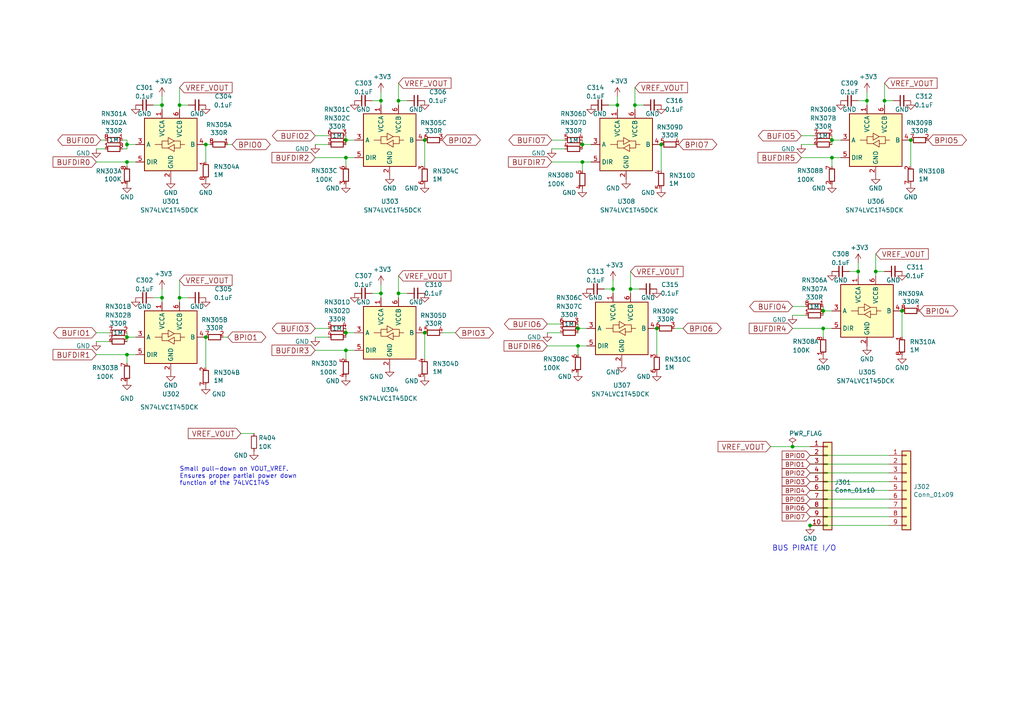
<source format=kicad_sch>
(kicad_sch (version 20230121) (generator eeschema)
  (paper "A4")
  (junction (at 59.69 97.79))
  (junction (at 167.64 100.33))
  (junction (at 254 78.74))
  (junction (at 100.33 40.64))
  (junction (at 52.07 30.48))
  (junction (at 115.57 29.21))
  (junction (at 36.83 41.91))
  (junction (at 52.07 86.36))
  (junction (at 115.57 85.09))
  (junction (at 248.92 78.74))
  (junction (at 46.99 30.48))
  (junction (at 36.83 46.99))
  (junction (at 190.5 95.25))
  (junction (at 100.33 96.52))
  (junction (at 168.91 41.91))
  (junction (at 241.3 40.64))
  (junction (at 234.95 152.4))
  (junction (at 123.19 96.52))
  (junction (at 36.83 102.87))
  (junction (at 264.16 40.64))
  (junction (at 123.19 40.64))
  (junction (at 191.77 41.91))
  (junction (at 238.76 95.25))
  (junction (at 179.07 30.48))
  (junction (at 182.88 83.82))
  (junction (at 59.69 41.91))
  (junction (at 168.91 46.99))
  (junction (at 36.83 97.79))
  (junction (at 110.49 85.09))
  (junction (at 241.3 45.72))
  (junction (at 167.64 95.25))
  (junction (at 110.49 29.21))
  (junction (at 184.15 30.48))
  (junction (at 229.87 129.54))
  (junction (at 238.76 90.17))
  (junction (at 256.54 29.21))
  (junction (at 100.33 101.6))
  (junction (at 46.99 86.36))
  (junction (at 177.8 83.82))
  (junction (at 261.62 90.17))
  (junction (at 251.46 29.21))
  (junction (at 100.33 45.72))
  (wire (pts (xy 236.22 41.91) (xy 232.41 41.91)))
  (wire (pts (xy 110.49 30.48) (xy 110.49 29.21)))
  (wire (pts (xy 259.08 29.21) (xy 256.54 29.21)))
  (wire (pts (xy 234.95 149.86) (xy 257.81 149.86)))
  (wire (pts (xy 39.37 97.79) (xy 36.83 97.79)))
  (wire (pts (xy 52.07 81.28) (xy 52.07 86.36)))
  (wire (pts (xy 257.81 132.08) (xy 234.95 132.08)))
  (wire (pts (xy 36.83 102.87) (xy 27.94 102.87)))
  (wire (pts (xy 241.3 45.72) (xy 241.3 48.26)))
  (wire (pts (xy 176.53 30.48) (xy 179.07 30.48)))
  (wire (pts (xy 36.83 99.06) (xy 36.83 97.79)))
  (wire (pts (xy 123.19 104.14) (xy 123.19 96.52)))
  (wire (pts (xy 170.18 100.33) (xy 167.64 100.33)))
  (wire (pts (xy 66.04 41.91) (xy 67.31 41.91)))
  (wire (pts (xy 238.76 90.17) (xy 238.76 88.9)))
  (wire (pts (xy 163.83 40.64) (xy 160.02 40.64)))
  (wire (pts (xy 162.56 96.52) (xy 158.75 96.52)))
  (wire (pts (xy 100.33 45.72) (xy 100.33 48.26)))
  (wire (pts (xy 59.69 106.68) (xy 59.69 97.79)))
  (wire (pts (xy 100.33 45.72) (xy 91.44 45.72)))
  (wire (pts (xy 241.3 95.25) (xy 238.76 95.25)))
  (wire (pts (xy 234.95 144.78) (xy 257.81 144.78)))
  (wire (pts (xy 52.07 31.75) (xy 52.07 30.48)))
  (wire (pts (xy 246.38 78.74) (xy 248.92 78.74)))
  (wire (pts (xy 168.91 46.99) (xy 168.91 49.53)))
  (wire (pts (xy 110.49 29.21) (xy 110.49 26.67)))
  (wire (pts (xy 167.64 100.33) (xy 167.64 102.87)))
  (wire (pts (xy 54.61 30.48) (xy 52.07 30.48)))
  (wire (pts (xy 177.8 83.82) (xy 177.8 81.28)))
  (wire (pts (xy 123.19 40.64) (xy 123.19 48.26)))
  (wire (pts (xy 46.99 31.75) (xy 46.99 30.48)))
  (wire (pts (xy 95.25 95.25) (xy 91.44 95.25)))
  (wire (pts (xy 36.83 97.79) (xy 36.83 96.52)))
  (wire (pts (xy 241.3 41.91) (xy 241.3 40.64)))
  (wire (pts (xy 168.91 46.99) (xy 160.02 46.99)))
  (wire (pts (xy 236.22 39.37) (xy 232.41 39.37)))
  (wire (pts (xy 118.11 85.09) (xy 115.57 85.09)))
  (wire (pts (xy 238.76 91.44) (xy 238.76 90.17)))
  (wire (pts (xy 59.69 41.91) (xy 59.69 46.99)))
  (wire (pts (xy 171.45 46.99) (xy 168.91 46.99)))
  (wire (pts (xy 170.18 95.25) (xy 167.64 95.25)))
  (wire (pts (xy 36.83 48.26) (xy 36.83 46.99)))
  (wire (pts (xy 115.57 86.36) (xy 115.57 85.09)))
  (wire (pts (xy 175.26 83.82) (xy 177.8 83.82)))
  (wire (pts (xy 190.5 102.87) (xy 190.5 95.25)))
  (wire (pts (xy 233.68 88.9) (xy 229.87 88.9)))
  (wire (pts (xy 54.61 86.36) (xy 52.07 86.36)))
  (wire (pts (xy 128.27 96.52) (xy 132.08 96.52)))
  (wire (pts (xy 115.57 30.48) (xy 115.57 29.21)))
  (wire (pts (xy 248.92 78.74) (xy 248.92 76.2)))
  (wire (pts (xy 115.57 80.01) (xy 115.57 85.09)))
  (wire (pts (xy 179.07 30.48) (xy 179.07 27.94)))
  (wire (pts (xy 44.45 30.48) (xy 46.99 30.48)))
  (wire (pts (xy 162.56 93.98) (xy 158.75 93.98)))
  (wire (pts (xy 36.83 43.18) (xy 35.56 43.18)))
  (wire (pts (xy 243.84 40.64) (xy 241.3 40.64)))
  (wire (pts (xy 100.33 101.6) (xy 91.44 101.6)))
  (wire (pts (xy 31.75 96.52) (xy 27.94 96.52)))
  (wire (pts (xy 243.84 45.72) (xy 241.3 45.72)))
  (wire (pts (xy 69.85 125.73) (xy 73.66 125.73)))
  (wire (pts (xy 102.87 40.64) (xy 100.33 40.64)))
  (wire (pts (xy 46.99 87.63) (xy 46.99 86.36)))
  (wire (pts (xy 39.37 102.87) (xy 36.83 102.87)))
  (wire (pts (xy 60.96 41.91) (xy 59.69 41.91)))
  (wire (pts (xy 177.8 85.09) (xy 177.8 83.82)))
  (wire (pts (xy 118.11 29.21) (xy 115.57 29.21)))
  (wire (pts (xy 95.25 39.37) (xy 91.44 39.37)))
  (wire (pts (xy 110.49 86.36) (xy 110.49 85.09)))
  (wire (pts (xy 66.04 97.79) (xy 64.77 97.79)))
  (wire (pts (xy 171.45 41.91) (xy 168.91 41.91)))
  (wire (pts (xy 179.07 31.75) (xy 179.07 30.48)))
  (wire (pts (xy 115.57 24.13) (xy 115.57 29.21)))
  (wire (pts (xy 223.52 129.54) (xy 229.87 129.54)))
  (wire (pts (xy 233.68 91.44) (xy 229.87 91.44)))
  (wire (pts (xy 27.94 46.99) (xy 36.83 46.99)))
  (wire (pts (xy 30.48 40.64) (xy 29.21 40.64)))
  (wire (pts (xy 95.25 97.79) (xy 91.44 97.79)))
  (wire (pts (xy 234.95 152.4) (xy 257.81 152.4)))
  (wire (pts (xy 168.91 41.91) (xy 168.91 40.64)))
  (wire (pts (xy 241.3 45.72) (xy 232.41 45.72)))
  (wire (pts (xy 251.46 30.48) (xy 251.46 29.21)))
  (wire (pts (xy 107.95 85.09) (xy 110.49 85.09)))
  (wire (pts (xy 100.33 41.91) (xy 100.33 40.64)))
  (wire (pts (xy 36.83 40.64) (xy 35.56 40.64)))
  (wire (pts (xy 102.87 45.72) (xy 100.33 45.72)))
  (wire (pts (xy 163.83 43.18) (xy 160.02 43.18)))
  (wire (pts (xy 198.12 95.25) (xy 195.58 95.25)))
  (wire (pts (xy 234.95 139.7) (xy 257.81 139.7)))
  (wire (pts (xy 27.94 43.18) (xy 30.48 43.18)))
  (wire (pts (xy 100.33 40.64) (xy 100.33 39.37)))
  (wire (pts (xy 241.3 90.17) (xy 238.76 90.17)))
  (wire (pts (xy 256.54 78.74) (xy 254 78.74)))
  (wire (pts (xy 251.46 29.21) (xy 251.46 26.67)))
  (wire (pts (xy 234.95 137.16) (xy 257.81 137.16)))
  (wire (pts (xy 100.33 96.52) (xy 100.33 95.25)))
  (wire (pts (xy 31.75 99.06) (xy 27.94 99.06)))
  (wire (pts (xy 167.64 96.52) (xy 167.64 95.25)))
  (wire (pts (xy 168.91 43.18) (xy 168.91 41.91)))
  (wire (pts (xy 52.07 87.63) (xy 52.07 86.36)))
  (wire (pts (xy 256.54 24.13) (xy 256.54 29.21)))
  (wire (pts (xy 182.88 78.74) (xy 182.88 83.82)))
  (wire (pts (xy 185.42 83.82) (xy 182.88 83.82)))
  (wire (pts (xy 52.07 25.4) (xy 52.07 30.48)))
  (wire (pts (xy 261.62 97.79) (xy 261.62 90.17)))
  (wire (pts (xy 167.64 100.33) (xy 158.75 100.33)))
  (wire (pts (xy 46.99 86.36) (xy 46.99 83.82)))
  (wire (pts (xy 36.83 102.87) (xy 36.83 105.41)))
  (wire (pts (xy 248.92 80.01) (xy 248.92 78.74)))
  (wire (pts (xy 238.76 95.25) (xy 229.87 95.25)))
  (wire (pts (xy 36.83 43.18) (xy 36.83 41.91)))
  (wire (pts (xy 238.76 95.25) (xy 238.76 97.79)))
  (wire (pts (xy 46.99 30.48) (xy 46.99 27.94)))
  (wire (pts (xy 100.33 101.6) (xy 100.33 104.14)))
  (wire (pts (xy 191.77 41.91) (xy 191.77 49.53)))
  (wire (pts (xy 254 73.66) (xy 254 78.74)))
  (wire (pts (xy 95.25 41.91) (xy 91.44 41.91)))
  (wire (pts (xy 102.87 96.52) (xy 100.33 96.52)))
  (wire (pts (xy 241.3 40.64) (xy 241.3 39.37)))
  (wire (pts (xy 36.83 41.91) (xy 36.83 40.64)))
  (wire (pts (xy 229.87 129.54) (xy 234.95 129.54)))
  (wire (pts (xy 44.45 86.36) (xy 46.99 86.36)))
  (wire (pts (xy 100.33 97.79) (xy 100.33 96.52)))
  (wire (pts (xy 167.64 95.25) (xy 167.64 93.98)))
  (wire (pts (xy 234.95 142.24) (xy 257.81 142.24)))
  (wire (pts (xy 186.69 30.48) (xy 184.15 30.48)))
  (wire (pts (xy 184.15 25.4) (xy 184.15 30.48)))
  (wire (pts (xy 234.95 147.32) (xy 257.81 147.32)))
  (wire (pts (xy 234.95 134.62) (xy 257.81 134.62)))
  (wire (pts (xy 107.95 29.21) (xy 110.49 29.21)))
  (wire (pts (xy 248.92 29.21) (xy 251.46 29.21)))
  (wire (pts (xy 184.15 31.75) (xy 184.15 30.48)))
  (wire (pts (xy 102.87 101.6) (xy 100.33 101.6)))
  (wire (pts (xy 256.54 30.48) (xy 256.54 29.21)))
  (wire (pts (xy 36.83 46.99) (xy 39.37 46.99)))
  (wire (pts (xy 182.88 85.09) (xy 182.88 83.82)))
  (wire (pts (xy 39.37 41.91) (xy 36.83 41.91)))
  (wire (pts (xy 254 80.01) (xy 254 78.74)))
  (wire (pts (xy 110.49 85.09) (xy 110.49 82.55)))
  (wire (pts (xy 264.16 48.26) (xy 264.16 40.64)))
  (text "Small pull-down on VOUT_VREF.\nEnsures proper partial power down \nfunction of the 74LVC1T45" (at 52.07 140.97 0) (effects (font (size 1.27 1.27)) (justify left bottom)))
  (text "BUS PIRATE I/O" (at 242.57 160.02 0) (effects (font (size 1.524 1.524)) (justify right bottom)))
  (global_label "BPIO2" (shape bidirectional) (at 128.27 40.64 0) (effects (font (size 1.524 1.524))) (property "Intersheetrefs" "${INTERSHEET_REFS}" (effects hide)))
  (global_label "BPIO0" (shape bidirectional) (at 67.31 41.91 0) (effects (font (size 1.524 1.524))) (property "Intersheetrefs" "${INTERSHEET_REFS}" (effects hide)))
  (global_label "BPIO7" (shape bidirectional) (at 196.85 41.91 0) (effects (font (size 1.524 1.524))) (property "Intersheetrefs" "${INTERSHEET_REFS}" (effects hide)))
  (global_label "BUFDIR0" (shape input) (at 27.94 46.99 180) (effects (font (size 1.524 1.524))) (property "Intersheetrefs" "${INTERSHEET_REFS}" (effects hide)))
  (global_label "BUFIO5" (shape bidirectional) (at 232.41 39.37 180) (effects (font (size 1.524 1.524))) (property "Intersheetrefs" "${INTERSHEET_REFS}" (effects hide)))
  (global_label "BUFIO3" (shape bidirectional) (at 91.44 95.25 180) (effects (font (size 1.524 1.524))) (property "Intersheetrefs" "${INTERSHEET_REFS}" (effects hide)))
  (global_label "VREF_VOUT" (shape input) (at 223.52 129.54 180) (effects (font (size 1.524 1.524))) (property "Intersheetrefs" "${INTERSHEET_REFS}" (effects hide)))
  (global_label "BUFDIR4" (shape input) (at 229.87 95.25 180) (effects (font (size 1.524 1.524))) (property "Intersheetrefs" "${INTERSHEET_REFS}" (effects hide)))
  (global_label "BUFIO0" (shape bidirectional) (at 29.21 40.64 180) (effects (font (size 1.524 1.524))) (property "Intersheetrefs" "${INTERSHEET_REFS}" (effects hide)))
  (global_label "VREF_VOUT" (shape input) (at 115.57 80.01 0) (effects (font (size 1.524 1.524))) (property "Intersheetrefs" "${INTERSHEET_REFS}" (effects hide)))
  (global_label "BUFIO2" (shape bidirectional) (at 91.44 39.37 180) (effects (font (size 1.524 1.524))) (property "Intersheetrefs" "${INTERSHEET_REFS}" (effects hide)))
  (global_label "BUFDIR3" (shape input) (at 91.44 101.6 180) (effects (font (size 1.524 1.524))) (property "Intersheetrefs" "${INTERSHEET_REFS}" (effects hide)))
  (global_label "BUFIO4" (shape bidirectional) (at 229.87 88.9 180) (effects (font (size 1.524 1.524))) (property "Intersheetrefs" "${INTERSHEET_REFS}" (effects hide)))
  (global_label "BPIO5" (shape bidirectional) (at 269.24 40.64 0) (effects (font (size 1.524 1.524))) (property "Intersheetrefs" "${INTERSHEET_REFS}" (effects hide)))
  (global_label "BUFDIR2" (shape input) (at 91.44 45.72 180) (effects (font (size 1.524 1.524))) (property "Intersheetrefs" "${INTERSHEET_REFS}" (effects hide)))
  (global_label "BPIO1" (shape bidirectional) (at 66.04 97.79 0) (effects (font (size 1.524 1.524))) (property "Intersheetrefs" "${INTERSHEET_REFS}" (effects hide)))
  (global_label "BPIO1" (shape input) (at 234.95 134.62 180) (property "Intersheetrefs" "${INTERSHEET_REFS}" (effects hide)))
  (global_label "VREF_VOUT" (shape input) (at 52.07 25.4 0) (effects (font (size 1.524 1.524))) (property "Intersheetrefs" "${INTERSHEET_REFS}" (effects hide)))
  (global_label "VREF_VOUT" (shape input) (at 115.57 24.13 0) (effects (font (size 1.524 1.524))) (property "Intersheetrefs" "${INTERSHEET_REFS}" (effects hide)))
  (global_label "BPIO4" (shape input) (at 234.95 142.24 180) (property "Intersheetrefs" "${INTERSHEET_REFS}" (effects hide)))
  (global_label "BPIO4" (shape bidirectional) (at 266.7 90.17 0) (effects (font (size 1.524 1.524))) (property "Intersheetrefs" "${INTERSHEET_REFS}" (effects hide)))
  (global_label "VREF_VOUT" (shape input) (at 69.85 125.73 180) (effects (font (size 1.524 1.524))) (property "Intersheetrefs" "${INTERSHEET_REFS}" (effects hide)))
  (global_label "BPIO6" (shape input) (at 234.95 147.32 180) (property "Intersheetrefs" "${INTERSHEET_REFS}" (effects hide)))
  (global_label "VREF_VOUT" (shape input) (at 184.15 25.4 0) (effects (font (size 1.524 1.524))) (property "Intersheetrefs" "${INTERSHEET_REFS}" (effects hide)))
  (global_label "VREF_VOUT" (shape input) (at 182.88 78.74 0) (effects (font (size 1.524 1.524))) (property "Intersheetrefs" "${INTERSHEET_REFS}" (effects hide)))
  (global_label "BPIO6" (shape bidirectional) (at 198.12 95.25 0) (effects (font (size 1.524 1.524))) (property "Intersheetrefs" "${INTERSHEET_REFS}" (effects hide)))
  (global_label "BPIO3" (shape bidirectional) (at 132.08 96.52 0) (effects (font (size 1.524 1.524))) (property "Intersheetrefs" "${INTERSHEET_REFS}" (effects hide)))
  (global_label "BUFIO1" (shape bidirectional) (at 27.94 96.52 180) (effects (font (size 1.524 1.524))) (property "Intersheetrefs" "${INTERSHEET_REFS}" (effects hide)))
  (global_label "BUFDIR5" (shape input) (at 232.41 45.72 180) (effects (font (size 1.524 1.524))) (property "Intersheetrefs" "${INTERSHEET_REFS}" (effects hide)))
  (global_label "VREF_VOUT" (shape input) (at 256.54 24.13 0) (effects (font (size 1.524 1.524))) (property "Intersheetrefs" "${INTERSHEET_REFS}" (effects hide)))
  (global_label "BUFIO7" (shape bidirectional) (at 160.02 40.64 180) (effects (font (size 1.524 1.524))) (property "Intersheetrefs" "${INTERSHEET_REFS}" (effects hide)))
  (global_label "VREF_VOUT" (shape input) (at 52.07 81.28 0) (effects (font (size 1.524 1.524))) (property "Intersheetrefs" "${INTERSHEET_REFS}" (effects hide)))
  (global_label "BPIO3" (shape input) (at 234.95 139.7 180) (property "Intersheetrefs" "${INTERSHEET_REFS}" (effects hide)))
  (global_label "BUFDIR1" (shape input) (at 27.94 102.87 180) (effects (font (size 1.524 1.524))) (property "Intersheetrefs" "${INTERSHEET_REFS}" (effects hide)))
  (global_label "BUFDIR6" (shape input) (at 158.75 100.33 180) (effects (font (size 1.524 1.524))) (property "Intersheetrefs" "${INTERSHEET_REFS}" (effects hide)))
  (global_label "VREF_VOUT" (shape input) (at 254 73.66 0) (effects (font (size 1.524 1.524))) (property "Intersheetrefs" "${INTERSHEET_REFS}" (effects hide)))
  (global_label "BPIO7" (shape input) (at 234.95 149.86 180) (property "Intersheetrefs" "${INTERSHEET_REFS}" (effects hide)))
  (global_label "BUFIO6" (shape bidirectional) (at 158.75 93.98 180) (effects (font (size 1.524 1.524))) (property "Intersheetrefs" "${INTERSHEET_REFS}" (effects hide)))
  (global_label "BPIO0" (shape input) (at 234.95 132.08 180) (property "Intersheetrefs" "${INTERSHEET_REFS}" (effects hide)))
  (global_label "BPIO2" (shape input) (at 234.95 137.16 180) (property "Intersheetrefs" "${INTERSHEET_REFS}" (effects hide)))
  (global_label "BPIO5" (shape input) (at 234.95 144.78 180) (property "Intersheetrefs" "${INTERSHEET_REFS}" (effects hide)))
  (global_label "BUFDIR7" (shape input) (at 160.02 46.99 180) (effects (font (size 1.524 1.524))) (property "Intersheetrefs" "${INTERSHEET_REFS}" (effects hide)))
  (symbol (lib_id "power:+3V3") (at 46.99 27.94 0) (unit 1)
    (property "Reference" "#PWR0310" (effects hide))
    (property "Value" "+3V3" (at 47.371 23.5458 0))
  )
  (symbol (lib_id "Device:C_Small") (at 57.15 30.48 90) (unit 1)
    (property "Reference" "C304" (at 64.77 27.94 90))
    (property "Value" "0.1uF" (at 64.77 30.48 90))
    (property "Footprint" "Capacitor_SMD:C_0402_1005Metric" (effects hide))
    (property "RMB" "0.00628" (effects hide))
    (property "Supplier" "https://item.szlcsc.com/1877.html" (effects hide))
  )
  (symbol (lib_id "power:GND") (at 39.37 30.48 0) (unit 1)
    (property "Reference" "#PWR0307" (effects hide))
    (property "Value" "GND" (at 41.91 33.02 0))
  )
  (symbol (lib_id "power:GND") (at 59.69 30.48 0) (unit 1)
    (property "Reference" "#PWR0316" (effects hide))
    (property "Value" "GND" (at 57.15 33.02 0))
  )
  (symbol (lib_id "power:GND") (at 49.53 52.07 0) (unit 1)
    (property "Reference" "#PWR0313" (effects hide))
    (property "Value" "GND" (at 49.53 55.88 0))
  )
  (symbol (lib_id "power:GND") (at 27.94 43.18 0) (unit 1)
    (property "Reference" "#PWR0301" (effects hide))
    (property "Value" "GND" (at 24.13 44.45 0))
  )
  (symbol (lib_id "power:GND") (at 36.83 53.34 0) (unit 1)
    (property "Reference" "#PWR0304" (effects hide))
    (property "Value" "GND" (at 36.83 57.15 0))
  )
  (symbol (lib_id "power:GND") (at 59.69 52.07 0) (unit 1)
    (property "Reference" "#PWR0317" (effects hide))
    (property "Value" "GND" (at 59.69 55.88 0))
  )
  (symbol (lib_id "Device:C_Small") (at 41.91 86.36 90) (unit 1)
    (property "Reference" "C302" (at 41.91 81.28 90))
    (property "Value" "0.1uF" (at 41.91 83.82 90))
    (property "Footprint" "Capacitor_SMD:C_0402_1005Metric" (effects hide))
    (property "RMB" "0.00628" (effects hide))
    (property "Supplier" "https://item.szlcsc.com/1877.html" (effects hide))
  )
  (symbol (lib_id "Logic_LevelTranslator:SN74LVC1T45DCK") (at 49.53 97.79 0) (unit 1)
    (property "Reference" "U302" (at 46.99 114.3 0) (effects (justify left)))
    (property "Value" "SN74LVC1T45DCK" (at 40.64 118.11 0) (effects (justify left)))
    (property "Footprint" "Package_TO_SOT_SMD:SOT-363_SC-70-6" (effects hide))
    (property "Datasheet" "http://www.ti.com/lit/ds/symlink/sn74lvc1t45.pdf" (effects hide))
    (property "RMB" "1.33" (effects hide))
    (property "Supplier" "https://item.szlcsc.com/9911.html" (effects hide))
  )
  (symbol (lib_id "power:+3V3") (at 46.99 83.82 0) (unit 1)
    (property "Reference" "#PWR0311" (effects hide))
    (property "Value" "+3V3" (at 47.371 79.4258 0))
  )
  (symbol (lib_id "Device:C_Small") (at 57.15 86.36 90) (unit 1)
    (property "Reference" "C305" (at 64.77 83.82 90))
    (property "Value" "0.1uF" (at 64.77 86.36 90))
    (property "Footprint" "Capacitor_SMD:C_0402_1005Metric" (effects hide))
    (property "RMB" "0.00628" (effects hide))
    (property "Supplier" "https://item.szlcsc.com/1877.html" (effects hide))
  )
  (symbol (lib_id "power:GND") (at 39.37 86.36 0) (unit 1)
    (property "Reference" "#PWR0308" (effects hide))
    (property "Value" "GND" (at 41.91 88.9 0))
  )
  (symbol (lib_id "power:GND") (at 59.69 86.36 0) (unit 1)
    (property "Reference" "#PWR0318" (effects hide))
    (property "Value" "GND" (at 57.15 88.9 0))
  )
  (symbol (lib_id "power:GND") (at 49.53 107.95 0) (unit 1)
    (property "Reference" "#PWR0314" (effects hide))
    (property "Value" "GND" (at 49.53 111.76 0))
  )
  (symbol (lib_id "power:GND") (at 27.94 99.06 0) (unit 1)
    (property "Reference" "#PWR0302" (effects hide))
    (property "Value" "GND" (at 24.13 100.33 0))
  )
  (symbol (lib_id "power:GND") (at 36.83 110.49 0) (unit 1)
    (property "Reference" "#PWR0305" (effects hide))
    (property "Value" "GND" (at 36.83 115.57 0))
  )
  (symbol (lib_id "power:GND") (at 59.69 111.76 0) (unit 1)
    (property "Reference" "#PWR0319" (effects hide))
    (property "Value" "GND" (at 63.5 114.3 0))
  )
  (symbol (lib_id "Device:C_Small") (at 105.41 29.21 90) (unit 1)
    (property "Reference" "C303" (at 105.41 24.13 90))
    (property "Value" "0.1uF" (at 105.41 26.67 90))
    (property "Footprint" "Capacitor_SMD:C_0402_1005Metric" (effects hide))
    (property "RMB" "0.00628" (effects hide))
    (property "Supplier" "https://item.szlcsc.com/1877.html" (effects hide))
  )
  (symbol (lib_id "Logic_LevelTranslator:SN74LVC1T45DCK") (at 113.03 40.64 0) (unit 1)
    (property "Reference" "U303" (at 110.49 58.42 0) (effects (justify left)))
    (property "Value" "SN74LVC1T45DCK" (at 105.41 60.96 0) (effects (justify left)))
    (property "Footprint" "Package_TO_SOT_SMD:SOT-363_SC-70-6" (effects hide))
    (property "Datasheet" "http://www.ti.com/lit/ds/symlink/sn74lvc1t45.pdf" (effects hide))
    (property "RMB" "1.33" (effects hide))
    (property "Supplier" "https://item.szlcsc.com/9911.html" (effects hide))
  )
  (symbol (lib_id "power:+3V3") (at 110.49 26.67 0) (unit 1)
    (property "Reference" "#PWR0312" (effects hide))
    (property "Value" "+3V3" (at 110.871 22.2758 0))
  )
  (symbol (lib_id "Device:C_Small") (at 120.65 29.21 90) (unit 1)
    (property "Reference" "C306" (at 127 26.67 90))
    (property "Value" "0.1uF" (at 127 29.21 90))
    (property "Footprint" "Capacitor_SMD:C_0402_1005Metric" (effects hide))
    (property "RMB" "0.00628" (effects hide))
    (property "Supplier" "https://item.szlcsc.com/1877.html" (effects hide))
  )
  (symbol (lib_id "power:GND") (at 102.87 29.21 0) (unit 1)
    (property "Reference" "#PWR0309" (effects hide))
    (property "Value" "GND" (at 105.41 31.75 0))
  )
  (symbol (lib_id "power:GND") (at 123.19 29.21 0) (unit 1)
    (property "Reference" "#PWR0320" (effects hide))
    (property "Value" "GND" (at 120.65 31.75 0))
  )
  (symbol (lib_id "power:GND") (at 113.03 50.8 0) (unit 1)
    (property "Reference" "#PWR0315" (effects hide))
    (property "Value" "GND" (at 113.03 54.61 0))
  )
  (symbol (lib_id "power:GND") (at 91.44 41.91 0) (unit 1)
    (property "Reference" "#PWR0303" (effects hide))
    (property "Value" "GND" (at 87.63 43.18 0))
  )
  (symbol (lib_id "power:GND") (at 100.33 53.34 0) (unit 1)
    (property "Reference" "#PWR0306" (effects hide))
    (property "Value" "GND" (at 96.52 54.61 0))
  )
  (symbol (lib_id "power:GND") (at 123.19 53.34 0) (unit 1)
    (property "Reference" "#PWR0321" (effects hide))
    (property "Value" "GND" (at 119.38 54.61 0))
  )
  (symbol (lib_id "Device:C_Small") (at 105.41 85.09 90) (unit 1)
    (property "Reference" "C307" (at 105.41 80.01 90))
    (property "Value" "0.1uF" (at 105.41 82.55 90))
    (property "Footprint" "Capacitor_SMD:C_0402_1005Metric" (effects hide))
    (property "RMB" "0.00628" (effects hide))
    (property "Supplier" "https://item.szlcsc.com/1877.html" (effects hide))
  )
  (symbol (lib_id "Logic_LevelTranslator:SN74LVC1T45DCK") (at 113.03 96.52 0) (unit 1)
    (property "Reference" "U304" (at 110.49 113.03 0) (effects (justify left)))
    (property "Value" "SN74LVC1T45DCK" (at 104.14 115.57 0) (effects (justify left)))
    (property "Footprint" "Package_TO_SOT_SMD:SOT-363_SC-70-6" (effects hide))
    (property "Datasheet" "http://www.ti.com/lit/ds/symlink/sn74lvc1t45.pdf" (effects hide))
    (property "RMB" "1.33" (effects hide))
    (property "Supplier" "https://item.szlcsc.com/9911.html" (effects hide))
  )
  (symbol (lib_id "power:+3V3") (at 110.49 82.55 0) (unit 1)
    (property "Reference" "#PWR0331" (effects hide))
    (property "Value" "+3V3" (at 110.871 78.1558 0))
  )
  (symbol (lib_id "Device:C_Small") (at 120.65 85.09 90) (unit 1)
    (property "Reference" "C310" (at 125.73 82.55 90))
    (property "Value" "0.1uF" (at 125.73 85.09 90))
    (property "Footprint" "Capacitor_SMD:C_0402_1005Metric" (effects hide))
    (property "RMB" "0.00628" (effects hide))
    (property "Supplier" "https://item.szlcsc.com/1877.html" (effects hide))
  )
  (symbol (lib_id "power:GND") (at 102.87 85.09 0) (unit 1)
    (property "Reference" "#PWR0327" (effects hide))
    (property "Value" "GND" (at 105.41 87.63 0))
  )
  (symbol (lib_id "power:GND") (at 123.19 85.09 0) (unit 1)
    (property "Reference" "#PWR0337" (effects hide))
    (property "Value" "GND" (at 120.65 87.63 0))
  )
  (symbol (lib_id "power:GND") (at 113.03 106.68 0) (unit 1)
    (property "Reference" "#PWR0333" (effects hide))
    (property "Value" "GND" (at 109.22 109.22 0))
  )
  (symbol (lib_id "power:GND") (at 91.44 97.79 0) (unit 1)
    (property "Reference" "#PWR0322" (effects hide))
    (property "Value" "GND" (at 87.63 99.06 0))
  )
  (symbol (lib_id "power:GND") (at 100.33 109.22 0) (unit 1)
    (property "Reference" "#PWR0325" (effects hide))
    (property "Value" "GND" (at 96.52 110.49 0))
  )
  (symbol (lib_id "power:GND") (at 123.19 109.22 0) (unit 1)
    (property "Reference" "#PWR0338" (effects hide))
    (property "Value" "GND" (at 119.38 110.49 0))
  )
  (symbol (lib_id "Device:C_Small") (at 243.84 78.74 90) (unit 1)
    (property "Reference" "C308" (at 243.84 73.66 90))
    (property "Value" "0.1uF" (at 243.84 76.2 90))
    (property "Footprint" "Capacitor_SMD:C_0402_1005Metric" (effects hide))
    (property "RMB" "0.00628" (effects hide))
    (property "Supplier" "https://item.szlcsc.com/1877.html" (effects hide))
  )
  (symbol (lib_id "Logic_LevelTranslator:SN74LVC1T45DCK") (at 251.46 90.17 0) (unit 1)
    (property "Reference" "U305" (at 248.92 107.95 0) (effects (justify left)))
    (property "Value" "SN74LVC1T45DCK" (at 242.57 110.49 0) (effects (justify left)))
    (property "Footprint" "Package_TO_SOT_SMD:SOT-363_SC-70-6" (effects hide))
    (property "Datasheet" "http://www.ti.com/lit/ds/symlink/sn74lvc1t45.pdf" (effects hide))
    (property "RMB" "1.33" (effects hide))
    (property "Supplier" "https://item.szlcsc.com/9911.html" (effects hide))
  )
  (symbol (lib_id "power:+3V3") (at 248.92 76.2 0) (unit 1)
    (property "Reference" "#PWR0332" (effects hide))
    (property "Value" "+3V3" (at 249.301 71.8058 0))
  )
  (symbol (lib_id "Device:C_Small") (at 259.08 78.74 90) (unit 1)
    (property "Reference" "C311" (at 265.43 77.47 90))
    (property "Value" "0.1uF" (at 265.43 80.01 90))
    (property "Footprint" "Capacitor_SMD:C_0402_1005Metric" (effects hide))
    (property "RMB" "0.00628" (effects hide))
    (property "Supplier" "https://item.szlcsc.com/1877.html" (effects hide))
  )
  (symbol (lib_id "power:GND") (at 241.3 78.74 0) (unit 1)
    (property "Reference" "#PWR0329" (effects hide))
    (property "Value" "GND" (at 243.84 81.28 0))
  )
  (symbol (lib_id "power:GND") (at 261.62 78.74 0) (unit 1)
    (property "Reference" "#PWR0339" (effects hide))
    (property "Value" "GND" (at 259.08 81.28 0))
  )
  (symbol (lib_id "power:GND") (at 251.46 100.33 0) (unit 1)
    (property "Reference" "#PWR0335" (effects hide))
    (property "Value" "GND" (at 251.46 104.14 0))
  )
  (symbol (lib_id "power:GND") (at 229.87 91.44 0) (unit 1)
    (property "Reference" "#PWR0323" (effects hide))
    (property "Value" "GND" (at 226.06 92.71 0))
  )
  (symbol (lib_id "power:GND") (at 238.76 102.87 0) (unit 1)
    (property "Reference" "#PWR0326" (effects hide))
    (property "Value" "GND" (at 238.76 106.68 0))
  )
  (symbol (lib_id "power:GND") (at 261.62 102.87 0) (unit 1)
    (property "Reference" "#PWR0340" (effects hide))
    (property "Value" "GND" (at 261.62 106.68 0))
  )
  (symbol (lib_id "Device:C_Small") (at 246.38 29.21 90) (unit 1)
    (property "Reference" "C309" (at 246.38 24.13 90))
    (property "Value" "0.1uF" (at 246.38 26.67 90))
    (property "Footprint" "Capacitor_SMD:C_0402_1005Metric" (effects hide))
    (property "RMB" "0.00628" (effects hide))
    (property "Supplier" "https://item.szlcsc.com/1877.html" (effects hide))
  )
  (symbol (lib_id "Logic_LevelTranslator:SN74LVC1T45DCK") (at 254 40.64 0) (unit 1)
    (property "Reference" "U306" (at 251.46 58.42 0) (effects (justify left)))
    (property "Value" "SN74LVC1T45DCK" (at 245.11 60.96 0) (effects (justify left)))
    (property "Footprint" "Package_TO_SOT_SMD:SOT-363_SC-70-6" (effects hide))
    (property "Datasheet" "http://www.ti.com/lit/ds/symlink/sn74lvc1t45.pdf" (effects hide))
    (property "RMB" "1.33" (effects hide))
    (property "Supplier" "https://item.szlcsc.com/9911.html" (effects hide))
  )
  (symbol (lib_id "power:+3V3") (at 251.46 26.67 0) (unit 1)
    (property "Reference" "#PWR0334" (effects hide))
    (property "Value" "+3V3" (at 251.841 22.2758 0))
  )
  (symbol (lib_id "Device:C_Small") (at 261.62 29.21 90) (unit 1)
    (property "Reference" "C312" (at 267.97 27.94 90))
    (property "Value" "0.1uF" (at 267.97 30.48 90))
    (property "Footprint" "Capacitor_SMD:C_0402_1005Metric" (effects hide))
    (property "RMB" "0.00628" (effects hide))
    (property "Supplier" "https://item.szlcsc.com/1877.html" (effects hide))
  )
  (symbol (lib_id "power:GND") (at 243.84 29.21 0) (unit 1)
    (property "Reference" "#PWR0330" (effects hide))
    (property "Value" "GND" (at 246.38 31.75 0))
  )
  (symbol (lib_id "power:GND") (at 264.16 29.21 0) (unit 1)
    (property "Reference" "#PWR0341" (effects hide))
    (property "Value" "GND" (at 261.62 31.75 0))
  )
  (symbol (lib_id "power:GND") (at 254 50.8 0) (unit 1)
    (property "Reference" "#PWR0336" (effects hide))
    (property "Value" "GND" (at 254 54.61 0))
  )
  (symbol (lib_id "power:GND") (at 232.41 41.91 0) (unit 1)
    (property "Reference" "#PWR0324" (effects hide))
    (property "Value" "GND" (at 228.6 43.18 0))
  )
  (symbol (lib_id "power:GND") (at 241.3 53.34 0) (unit 1)
    (property "Reference" "#PWR0328" (effects hide))
    (property "Value" "GND" (at 237.49 54.61 0))
  )
  (symbol (lib_id "power:GND") (at 264.16 53.34 0) (unit 1)
    (property "Reference" "#PWR0342" (effects hide))
    (property "Value" "GND" (at 264.16 57.15 0))
  )
  (symbol (lib_id "Device:C_Small") (at 172.72 83.82 90) (unit 1)
    (property "Reference" "C313" (at 172.72 78.74 90))
    (property "Value" "0.1uF" (at 172.72 81.28 90))
    (property "Footprint" "Capacitor_SMD:C_0402_1005Metric" (effects hide))
    (property "RMB" "0.00628" (effects hide))
    (property "Supplier" "https://item.szlcsc.com/1877.html" (effects hide))
  )
  (symbol (lib_id "Logic_LevelTranslator:SN74LVC1T45DCK") (at 180.34 95.25 0) (unit 1)
    (property "Reference" "U307" (at 177.8 111.76 0) (effects (justify left)))
    (property "Value" "SN74LVC1T45DCK" (at 171.45 114.3 0) (effects (justify left)))
    (property "Footprint" "Package_TO_SOT_SMD:SOT-363_SC-70-6" (effects hide))
    (property "Datasheet" "http://www.ti.com/lit/ds/symlink/sn74lvc1t45.pdf" (effects hide))
    (property "RMB" "1.33" (effects hide))
    (property "Supplier" "https://item.szlcsc.com/9911.html" (effects hide))
  )
  (symbol (lib_id "power:+3V3") (at 177.8 81.28 0) (unit 1)
    (property "Reference" "#PWR0349" (effects hide))
    (property "Value" "+3V3" (at 178.181 76.8858 0))
  )
  (symbol (lib_id "Device:C_Small") (at 187.96 83.82 90) (unit 1)
    (property "Reference" "C315" (at 194.31 82.55 90))
    (property "Value" "0.1uF" (at 194.31 85.09 90))
    (property "Footprint" "Capacitor_SMD:C_0402_1005Metric" (effects hide))
    (property "RMB" "0.00628" (effects hide))
    (property "Supplier" "https://item.szlcsc.com/1877.html" (effects hide))
  )
  (symbol (lib_id "power:GND") (at 170.18 83.82 0) (unit 1)
    (property "Reference" "#PWR0347" (effects hide))
    (property "Value" "GND" (at 172.72 86.36 0))
  )
  (symbol (lib_id "power:GND") (at 190.5 83.82 0) (unit 1)
    (property "Reference" "#PWR0354" (effects hide))
    (property "Value" "GND" (at 187.96 86.36 0))
  )
  (symbol (lib_id "power:GND") (at 180.34 105.41 0) (unit 1)
    (property "Reference" "#PWR0351" (effects hide))
    (property "Value" "GND" (at 177.8 107.95 0))
  )
  (symbol (lib_id "power:GND") (at 158.75 96.52 0) (unit 1)
    (property "Reference" "#PWR0343" (effects hide))
    (property "Value" "GND" (at 154.94 97.79 0))
  )
  (symbol (lib_id "power:GND") (at 167.64 107.95 0) (unit 1)
    (property "Reference" "#PWR0345" (effects hide))
    (property "Value" "GND" (at 163.83 109.22 0))
  )
  (symbol (lib_id "power:GND") (at 190.5 107.95 0) (unit 1)
    (property "Reference" "#PWR0355" (effects hide))
    (property "Value" "GND" (at 186.69 109.22 0))
  )
  (symbol (lib_id "Device:C_Small") (at 173.99 30.48 90) (unit 1)
    (property "Reference" "C314" (at 172.72 25.4 90))
    (property "Value" "0.1uF" (at 172.72 27.94 90))
    (property "Footprint" "Capacitor_SMD:C_0402_1005Metric" (effects hide))
    (property "RMB" "0.00628" (effects hide))
    (property "Supplier" "https://item.szlcsc.com/1877.html" (effects hide))
  )
  (symbol (lib_id "Logic_LevelTranslator:SN74LVC1T45DCK") (at 181.61 41.91 0) (unit 1)
    (property "Reference" "U308" (at 179.07 58.42 0) (effects (justify left)))
    (property "Value" "SN74LVC1T45DCK" (at 173.99 60.96 0) (effects (justify left)))
    (property "Footprint" "Package_TO_SOT_SMD:SOT-363_SC-70-6" (effects hide))
    (property "Datasheet" "http://www.ti.com/lit/ds/symlink/sn74lvc1t45.pdf" (effects hide))
    (property "RMB" "1.33" (effects hide))
    (property "Supplier" "https://item.szlcsc.com/9911.html" (effects hide))
  )
  (symbol (lib_id "power:+3V3") (at 179.07 27.94 0) (unit 1)
    (property "Reference" "#PWR0350" (effects hide))
    (property "Value" "+3V3" (at 179.451 23.5458 0))
  )
  (symbol (lib_id "Device:C_Small") (at 189.23 30.48 90) (unit 1)
    (property "Reference" "C316" (at 195.58 29.21 90))
    (property "Value" "0.1uF" (at 195.58 31.75 90))
    (property "Footprint" "Capacitor_SMD:C_0402_1005Metric" (effects hide))
    (property "RMB" "0.00628" (effects hide))
    (property "Supplier" "https://item.szlcsc.com/1877.html" (effects hide))
  )
  (symbol (lib_id "power:GND") (at 171.45 30.48 0) (unit 1)
    (property "Reference" "#PWR0348" (effects hide))
    (property "Value" "GND" (at 173.99 33.02 0))
  )
  (symbol (lib_id "power:GND") (at 191.77 30.48 0) (unit 1)
    (property "Reference" "#PWR0356" (effects hide))
    (property "Value" "GND" (at 189.23 33.02 0))
  )
  (symbol (lib_id "power:GND") (at 181.61 52.07 0) (unit 1)
    (property "Reference" "#PWR0352" (effects hide))
    (property "Value" "GND" (at 177.8 54.61 0))
  )
  (symbol (lib_id "power:GND") (at 160.02 43.18 0) (unit 1)
    (property "Reference" "#PWR0344" (effects hide))
    (property "Value" "GND" (at 156.21 44.45 0))
  )
  (symbol (lib_id "power:GND") (at 168.91 54.61 0) (unit 1)
    (property "Reference" "#PWR0346" (effects hide))
    (property "Value" "GND" (at 165.1 55.88 0))
  )
  (symbol (lib_id "power:GND") (at 191.77 54.61 0) (unit 1)
    (property "Reference" "#PWR0357" (effects hide))
    (property "Value" "GND" (at 187.96 55.88 0))
  )
  (symbol (lib_id "Device:C_Small") (at 41.91 30.48 90) (unit 1)
    (property "Reference" "C301" (at 41.91 25.4 90))
    (property "Value" "0.1uF" (at 41.91 27.94 90))
    (property "Footprint" "Capacitor_SMD:C_0402_1005Metric" (effects hide))
    (property "RMB" "0.00628" (effects hide))
    (property "Supplier" "https://item.szlcsc.com/1877.html" (effects hide))
  )
  (symbol (lib_id "Logic_LevelTranslator:SN74LVC1T45DCK") (at 49.53 41.91 0) (unit 1)
    (property "Reference" "U301" (at 46.99 58.42 0) (effects (justify left)))
    (property "Value" "SN74LVC1T45DCK" (at 40.64 60.96 0) (effects (justify left)))
    (property "Footprint" "Package_TO_SOT_SMD:SOT-363_SC-70-6" (effects hide))
    (property "Datasheet" "http://www.ti.com/lit/ds/symlink/sn74lvc1t45.pdf" (effects hide))
    (property "RMB" "1.33" (effects hide))
    (property "Supplier" "https://item.szlcsc.com/9911.html" (effects hide))
  )
  (symbol (lib_id "Connector_Generic:Conn_01x10") (at 240.03 139.7 0) (unit 1)
    (property "Reference" "J301" (at 242.062 139.9032 0) (effects (justify left)))
    (property "Value" "Conn_01x10" (at 242.062 142.2146 0) (effects (justify left)))
    (property "Footprint" "Connector_PinHeader_2.54mm:PinHeader_1x10_P2.54mm_Vertical" (effects hide))
  )
  (symbol (lib_id "power:GND") (at 234.95 152.4 0) (unit 1)
    (property "Reference" "#PWR0353" (effects hide))
    (property "Value" "GND" (at 234.95 156.21 0))
  )
  (symbol (lib_id "power:PWR_FLAG") (at 229.87 129.54 0) (unit 1)
    (property "Reference" "#FLG0301" (effects hide))
    (property "Value" "PWR_FLAG" (at 233.68 125.73 0))
  )
  (symbol (lib_id "dp-rarray:R_Array") (at 33.02 40.64 270) (unit 1)
    (property "Reference" "RN301" (at 33.02 33.02 90))
    (property "Value" "330R" (at 33.02 37.9476 90))
    (property "Footprint" "Resistor_SMD:R_Array_Convex_4x0402" (effects hide))
    (property "Datasheet" "http://www.vishay.com/docs/31509/csc.pdf" (effects hide))
    (property "RMB" "0.033552" (effects hide))
    (property "Supplier" "https://item.szlcsc.com/26241.html" (effects hide))
  )
  (symbol (lib_id "dp-rarray:R_Array") (at 33.02 43.18 90) (mirror x) (unit 1)
    (property "Reference" "RN302" (at 33.02 35.56 90))
    (property "Value" "1M" (at 33.02 40.4876 90))
    (property "Footprint" "Resistor_SMD:R_Array_Convex_4x0402" (effects hide))
    (property "Datasheet" "http://www.vishay.com/docs/31509/csc.pdf" (effects hide))
    (property "RMB" "0.03666" (effects hide))
    (property "Supplier" "https://item.szlcsc.com/635571.html" (effects hide))
  )
  (symbol (lib_id "dp-rarray:R_Array") (at 36.83 50.8 0) (mirror x) (unit 1)
    (property "Reference" "RN303" (at 35.306 49.6316 0) (effects (justify right)))
    (property "Value" "100K" (at 35.306 51.943 0) (effects (justify right)))
    (property "Footprint" "Resistor_SMD:R_Array_Convex_4x0402" (effects hide))
    (property "Datasheet" "http://www.vishay.com/docs/31509/csc.pdf" (effects hide))
    (property "RMB" "0.020173" (effects hide))
    (property "Supplier" "https://item.szlcsc.com/728291.html" (effects hide))
  )
  (symbol (lib_id "dp-rarray:R_Array") (at 59.69 49.53 0) (unit 1)
    (property "Reference" "RN304" (at 61.9252 48.3616 0) (effects (justify left)))
    (property "Value" "1M" (at 61.9252 50.673 0) (effects (justify left)))
    (property "Footprint" "Resistor_SMD:R_Array_Convex_4x0402" (effects hide))
    (property "Datasheet" "http://www.vishay.com/docs/31509/csc.pdf" (effects hide))
    (property "RMB" "0.03666" (effects hide))
    (property "Supplier" "https://item.szlcsc.com/635571.html" (effects hide))
  )
  (symbol (lib_id "dp-rarray:R_Array") (at 63.5 41.91 270) (mirror x) (unit 1)
    (property "Reference" "RN305" (at 63.5 36.195 90))
    (property "Value" "330R" (at 63.5 38.5064 90))
    (property "Footprint" "Resistor_SMD:R_Array_Convex_4x0402" (effects hide))
    (property "Datasheet" "http://www.vishay.com/docs/31509/csc.pdf" (effects hide))
    (property "RMB" "0.033552" (effects hide))
    (property "Supplier" "https://item.szlcsc.com/26241.html" (effects hide))
  )
  (symbol (lib_id "dp-rarray:R_Array") (at 34.29 96.52 270) (unit 2)
    (property "Reference" "RN301" (at 34.29 88.9 90))
    (property "Value" "330R" (at 34.29 93.8276 90))
    (property "Footprint" "Resistor_SMD:R_Array_Convex_4x0402" (effects hide))
    (property "Datasheet" "http://www.vishay.com/docs/31509/csc.pdf" (effects hide))
    (property "RMB" "0.033552" (effects hide))
    (property "Supplier" "https://item.szlcsc.com/26241.html" (effects hide))
  )
  (symbol (lib_id "dp-rarray:R_Array") (at 34.29 99.06 90) (unit 2)
    (property "Reference" "RN302" (at 34.29 91.44 90))
    (property "Value" "1M" (at 34.29 96.52 90))
    (property "Footprint" "Resistor_SMD:R_Array_Convex_4x0402" (effects hide))
    (property "Datasheet" "http://www.vishay.com/docs/31509/csc.pdf" (effects hide))
    (property "RMB" "0.03666" (effects hide))
    (property "Supplier" "https://item.szlcsc.com/635571.html" (effects hide))
  )
  (symbol (lib_id "dp-rarray:R_Array") (at 36.83 107.95 180) (unit 2)
    (property "Reference" "RN303" (at 26.67 106.68 0) (effects (justify right)))
    (property "Value" "100K" (at 27.94 109.22 0) (effects (justify right)))
    (property "Footprint" "Resistor_SMD:R_Array_Convex_4x0402" (effects hide))
    (property "Datasheet" "http://www.vishay.com/docs/31509/csc.pdf" (effects hide))
    (property "RMB" "0.020173" (effects hide))
    (property "Supplier" "https://item.szlcsc.com/728291.html" (effects hide))
  )
  (symbol (lib_id "dp-rarray:R_Array") (at 59.69 109.22 0) (unit 2)
    (property "Reference" "RN304" (at 61.9252 108.0516 0) (effects (justify left)))
    (property "Value" "1M" (at 61.9252 110.363 0) (effects (justify left)))
    (property "Footprint" "Resistor_SMD:R_Array_Convex_4x0402" (effects hide))
    (property "Datasheet" "http://www.vishay.com/docs/31509/csc.pdf" (effects hide))
    (property "RMB" "0.03666" (effects hide))
    (property "Supplier" "https://item.szlcsc.com/635571.html" (effects hide))
  )
  (symbol (lib_id "dp-rarray:R_Array") (at 62.23 97.79 270) (unit 2)
    (property "Reference" "RN305" (at 62.23 92.7862 90))
    (property "Value" "330R" (at 62.23 95.0976 90))
    (property "Footprint" "Resistor_SMD:R_Array_Convex_4x0402" (effects hide))
    (property "Datasheet" "http://www.vishay.com/docs/31509/csc.pdf" (effects hide))
    (property "RMB" "0.033552" (effects hide))
    (property "Supplier" "https://item.szlcsc.com/26241.html" (effects hide))
  )
  (symbol (lib_id "dp-rarray:R_Array") (at 97.79 39.37 270) (unit 3)
    (property "Reference" "RN301" (at 97.79 31.75 90))
    (property "Value" "330R" (at 97.79 36.6776 90))
    (property "Footprint" "Resistor_SMD:R_Array_Convex_4x0402" (effects hide))
    (property "Datasheet" "http://www.vishay.com/docs/31509/csc.pdf" (effects hide))
    (property "RMB" "0.033552" (effects hide))
    (property "Supplier" "https://item.szlcsc.com/26241.html" (effects hide))
  )
  (symbol (lib_id "dp-rarray:R_Array") (at 97.79 41.91 90) (unit 3)
    (property "Reference" "RN302" (at 97.79 34.29 90))
    (property "Value" "1M" (at 97.79 39.37 90))
    (property "Footprint" "Resistor_SMD:R_Array_Convex_4x0402" (effects hide))
    (property "Datasheet" "http://www.vishay.com/docs/31509/csc.pdf" (effects hide))
    (property "RMB" "0.03666" (effects hide))
    (property "Supplier" "https://item.szlcsc.com/635571.html" (effects hide))
  )
  (symbol (lib_id "dp-rarray:R_Array") (at 100.33 50.8 180) (unit 3)
    (property "Reference" "RN303" (at 90.17 49.53 0) (effects (justify right)))
    (property "Value" "100K" (at 91.44 52.07 0) (effects (justify right)))
    (property "Footprint" "Resistor_SMD:R_Array_Convex_4x0402" (effects hide))
    (property "Datasheet" "http://www.vishay.com/docs/31509/csc.pdf" (effects hide))
    (property "RMB" "0.020173" (effects hide))
    (property "Supplier" "https://item.szlcsc.com/728291.html" (effects hide))
  )
  (symbol (lib_id "dp-rarray:R_Array") (at 123.19 50.8 0) (unit 3)
    (property "Reference" "RN304" (at 125.4252 49.6316 0) (effects (justify left)))
    (property "Value" "1M" (at 125.4252 51.943 0) (effects (justify left)))
    (property "Footprint" "Resistor_SMD:R_Array_Convex_4x0402" (effects hide))
    (property "Datasheet" "http://www.vishay.com/docs/31509/csc.pdf" (effects hide))
    (property "RMB" "0.03666" (effects hide))
    (property "Supplier" "https://item.szlcsc.com/635571.html" (effects hide))
  )
  (symbol (lib_id "dp-rarray:R_Array") (at 125.73 40.64 270) (unit 3)
    (property "Reference" "RN305" (at 125.73 35.6362 90))
    (property "Value" "330R" (at 125.73 37.9476 90))
    (property "Footprint" "Resistor_SMD:R_Array_Convex_4x0402" (effects hide))
    (property "Datasheet" "http://www.vishay.com/docs/31509/csc.pdf" (effects hide))
    (property "RMB" "0.033552" (effects hide))
    (property "Supplier" "https://item.szlcsc.com/26241.html" (effects hide))
  )
  (symbol (lib_id "dp-rarray:R_Array") (at 97.79 95.25 270) (unit 4)
    (property "Reference" "RN301" (at 97.79 87.63 90))
    (property "Value" "330R" (at 97.79 92.5576 90))
    (property "Footprint" "Resistor_SMD:R_Array_Convex_4x0402" (effects hide))
    (property "Datasheet" "http://www.vishay.com/docs/31509/csc.pdf" (effects hide))
    (property "RMB" "0.033552" (effects hide))
    (property "Supplier" "https://item.szlcsc.com/26241.html" (effects hide))
  )
  (symbol (lib_id "dp-rarray:R_Array") (at 166.37 40.64 270) (unit 4)
    (property "Reference" "RN306" (at 166.37 33.02 90))
    (property "Value" "330R" (at 166.37 37.9476 90))
    (property "Footprint" "Resistor_SMD:R_Array_Convex_4x0402" (effects hide))
    (property "Datasheet" "http://www.vishay.com/docs/31509/csc.pdf" (effects hide))
    (property "RMB" "0.033552" (effects hide))
    (property "Supplier" "https://item.szlcsc.com/26241.html" (effects hide))
  )
  (symbol (lib_id "dp-rarray:R_Array") (at 97.79 97.79 90) (unit 4)
    (property "Reference" "RN302" (at 97.79 90.17 90))
    (property "Value" "1M" (at 97.79 95.25 90))
    (property "Footprint" "Resistor_SMD:R_Array_Convex_4x0402" (effects hide))
    (property "Datasheet" "http://www.vishay.com/docs/31509/csc.pdf" (effects hide))
    (property "RMB" "0.03666" (effects hide))
    (property "Supplier" "https://item.szlcsc.com/635571.html" (effects hide))
  )
  (symbol (lib_id "dp-rarray:R_Array") (at 100.33 106.68 180) (unit 4)
    (property "Reference" "RN303" (at 90.17 105.41 0) (effects (justify right)))
    (property "Value" "100K" (at 92.71 107.95 0) (effects (justify right)))
    (property "Footprint" "Resistor_SMD:R_Array_Convex_4x0402" (effects hide))
    (property "Datasheet" "http://www.vishay.com/docs/31509/csc.pdf" (effects hide))
    (property "RMB" "0.020173" (effects hide))
    (property "Supplier" "https://item.szlcsc.com/728291.html" (effects hide))
  )
  (symbol (lib_id "dp-rarray:R_Array") (at 123.19 106.68 0) (unit 4)
    (property "Reference" "RN304" (at 125.4252 105.5116 0) (effects (justify left)))
    (property "Value" "1M" (at 125.4252 107.823 0) (effects (justify left)))
    (property "Footprint" "Resistor_SMD:R_Array_Convex_4x0402" (effects hide))
    (property "Datasheet" "http://www.vishay.com/docs/31509/csc.pdf" (effects hide))
    (property "RMB" "0.03666" (effects hide))
    (property "Supplier" "https://item.szlcsc.com/635571.html" (effects hide))
  )
  (symbol (lib_id "dp-rarray:R_Array") (at 125.73 96.52 270) (unit 4)
    (property "Reference" "RN305" (at 125.73 91.5162 90))
    (property "Value" "330R" (at 125.73 93.8276 90))
    (property "Footprint" "Resistor_SMD:R_Array_Convex_4x0402" (effects hide))
    (property "Datasheet" "http://www.vishay.com/docs/31509/csc.pdf" (effects hide))
    (property "RMB" "0.033552" (effects hide))
    (property "Supplier" "https://item.szlcsc.com/26241.html" (effects hide))
  )
  (symbol (lib_id "dp-rarray:R_Array") (at 194.31 41.91 270) (unit 4)
    (property "Reference" "RN309" (at 194.31 36.9062 90))
    (property "Value" "330R" (at 194.31 39.2176 90))
    (property "Footprint" "Resistor_SMD:R_Array_Convex_4x0402" (effects hide))
    (property "Datasheet" "http://www.vishay.com/docs/31509/csc.pdf" (effects hide))
    (property "RMB" "0.033552" (effects hide))
    (property "Supplier" "https://item.szlcsc.com/26241.html" (effects hide))
  )
  (symbol (lib_id "dp-rarray:R_Array") (at 191.77 52.07 0) (unit 4)
    (property "Reference" "RN310" (at 194.0052 50.9016 0) (effects (justify left)))
    (property "Value" "1M" (at 194.0052 53.213 0) (effects (justify left)))
    (property "Footprint" "Resistor_SMD:R_Array_Convex_4x0402" (effects hide))
    (property "Datasheet" "http://www.vishay.com/docs/31509/csc.pdf" (effects hide))
    (property "RMB" "0.03666" (effects hide))
    (property "Supplier" "https://item.szlcsc.com/635571.html" (effects hide))
  )
  (symbol (lib_id "dp-rarray:R_Array") (at 238.76 100.33 180) (unit 1)
    (property "Reference" "RN308" (at 229.87 99.06 0) (effects (justify right)))
    (property "Value" "100K" (at 229.87 101.6 0) (effects (justify right)))
    (property "Footprint" "Resistor_SMD:R_Array_Convex_4x0402" (effects hide))
    (property "Datasheet" "http://www.vishay.com/docs/31509/csc.pdf" (effects hide))
    (property "RMB" "0.020173" (effects hide))
    (property "Supplier" "https://item.szlcsc.com/728291.html" (effects hide))
  )
  (symbol (lib_id "dp-rarray:R_Array") (at 166.37 43.18 90) (unit 4)
    (property "Reference" "RN307" (at 166.37 35.56 90))
    (property "Value" "1M" (at 166.37 40.64 90))
    (property "Footprint" "Resistor_SMD:R_Array_Convex_4x0402" (effects hide))
    (property "Datasheet" "http://www.vishay.com/docs/31509/csc.pdf" (effects hide))
    (property "RMB" "0.03666" (effects hide))
    (property "Supplier" "https://item.szlcsc.com/635571.html" (effects hide))
  )
  (symbol (lib_id "dp-rarray:R_Array") (at 236.22 88.9 270) (unit 1)
    (property "Reference" "RN306" (at 236.22 81.28 90))
    (property "Value" "330R" (at 236.22 86.2076 90))
    (property "Footprint" "Resistor_SMD:R_Array_Convex_4x0402" (effects hide))
    (property "Datasheet" "http://www.vishay.com/docs/31509/csc.pdf" (effects hide))
    (property "RMB" "0.033552" (effects hide))
    (property "Supplier" "https://item.szlcsc.com/26241.html" (effects hide))
  )
  (symbol (lib_id "dp-rarray:R_Array") (at 236.22 91.44 90) (unit 1)
    (property "Reference" "RN307" (at 236.22 83.82 90))
    (property "Value" "1M" (at 236.22 88.9 90))
    (property "Footprint" "Resistor_SMD:R_Array_Convex_4x0402" (effects hide))
    (property "Datasheet" "http://www.vishay.com/docs/31509/csc.pdf" (effects hide))
    (property "RMB" "0.03666" (effects hide))
    (property "Supplier" "https://item.szlcsc.com/635571.html" (effects hide))
  )
  (symbol (lib_id "dp-rarray:R_Array") (at 241.3 50.8 180) (unit 2)
    (property "Reference" "RN308" (at 231.14 49.53 0) (effects (justify right)))
    (property "Value" "100K" (at 231.14 52.07 0) (effects (justify right)))
    (property "Footprint" "Resistor_SMD:R_Array_Convex_4x0402" (effects hide))
    (property "Datasheet" "http://www.vishay.com/docs/31509/csc.pdf" (effects hide))
    (property "RMB" "0.020173" (effects hide))
    (property "Supplier" "https://item.szlcsc.com/728291.html" (effects hide))
  )
  (symbol (lib_id "dp-rarray:R_Array") (at 261.62 100.33 0) (unit 1)
    (property "Reference" "RN310" (at 263.8552 99.1616 0) (effects (justify left)))
    (property "Value" "1M" (at 263.8552 101.473 0) (effects (justify left)))
    (property "Footprint" "Resistor_SMD:R_Array_Convex_4x0402" (effects hide))
    (property "Datasheet" "http://www.vishay.com/docs/31509/csc.pdf" (effects hide))
    (property "RMB" "0.03666" (effects hide))
    (property "Supplier" "https://item.szlcsc.com/635571.html" (effects hide))
  )
  (symbol (lib_id "dp-rarray:R_Array") (at 264.16 90.17 270) (unit 1)
    (property "Reference" "RN309" (at 264.16 85.1662 90))
    (property "Value" "330R" (at 264.16 87.4776 90))
    (property "Footprint" "Resistor_SMD:R_Array_Convex_4x0402" (effects hide))
    (property "Datasheet" "http://www.vishay.com/docs/31509/csc.pdf" (effects hide))
    (property "RMB" "0.033552" (effects hide))
    (property "Supplier" "https://item.szlcsc.com/26241.html" (effects hide))
  )
  (symbol (lib_id "dp-rarray:R_Array") (at 238.76 39.37 270) (unit 2)
    (property "Reference" "RN306" (at 238.76 31.75 90))
    (property "Value" "330R" (at 238.76 36.6776 90))
    (property "Footprint" "Resistor_SMD:R_Array_Convex_4x0402" (effects hide))
    (property "Datasheet" "http://www.vishay.com/docs/31509/csc.pdf" (effects hide))
    (property "RMB" "0.033552" (effects hide))
    (property "Supplier" "https://item.szlcsc.com/26241.html" (effects hide))
  )
  (symbol (lib_id "dp-rarray:R_Array") (at 238.76 41.91 90) (unit 2)
    (property "Reference" "RN307" (at 238.76 34.29 90))
    (property "Value" "1M" (at 238.76 39.37 90))
    (property "Footprint" "Resistor_SMD:R_Array_Convex_4x0402" (effects hide))
    (property "Datasheet" "http://www.vishay.com/docs/31509/csc.pdf" (effects hide))
    (property "RMB" "0.03666" (effects hide))
    (property "Supplier" "https://item.szlcsc.com/635571.html" (effects hide))
  )
  (symbol (lib_id "dp-rarray:R_Array") (at 167.64 105.41 180) (unit 3)
    (property "Reference" "RN308" (at 157.48 104.14 0) (effects (justify right)))
    (property "Value" "100K" (at 157.48 106.68 0) (effects (justify right)))
    (property "Footprint" "Resistor_SMD:R_Array_Convex_4x0402" (effects hide))
    (property "Datasheet" "http://www.vishay.com/docs/31509/csc.pdf" (effects hide))
    (property "RMB" "0.020173" (effects hide))
    (property "Supplier" "https://item.szlcsc.com/728291.html" (effects hide))
  )
  (symbol (lib_id "dp-rarray:R_Array") (at 264.16 50.8 0) (unit 2)
    (property "Reference" "RN310" (at 266.3952 49.6316 0) (effects (justify left)))
    (property "Value" "1M" (at 266.3952 51.943 0) (effects (justify left)))
    (property "Footprint" "Resistor_SMD:R_Array_Convex_4x0402" (effects hide))
    (property "Datasheet" "http://www.vishay.com/docs/31509/csc.pdf" (effects hide))
    (property "RMB" "0.03666" (effects hide))
    (property "Supplier" "https://item.szlcsc.com/635571.html" (effects hide))
  )
  (symbol (lib_id "dp-rarray:R_Array") (at 266.7 40.64 270) (unit 2)
    (property "Reference" "RN309" (at 266.7 35.6362 90))
    (property "Value" "330R" (at 266.7 37.9476 90))
    (property "Footprint" "Resistor_SMD:R_Array_Convex_4x0402" (effects hide))
    (property "Datasheet" "http://www.vishay.com/docs/31509/csc.pdf" (effects hide))
    (property "RMB" "0.033552" (effects hide))
    (property "Supplier" "https://item.szlcsc.com/26241.html" (effects hide))
  )
  (symbol (lib_id "dp-rarray:R_Array") (at 165.1 93.98 270) (unit 3)
    (property "Reference" "RN306" (at 165.1 86.36 90))
    (property "Value" "330R" (at 165.1 91.2876 90))
    (property "Footprint" "Resistor_SMD:R_Array_Convex_4x0402" (effects hide))
    (property "Datasheet" "http://www.vishay.com/docs/31509/csc.pdf" (effects hide))
    (property "RMB" "0.033552" (effects hide))
    (property "Supplier" "https://item.szlcsc.com/26241.html" (effects hide))
  )
  (symbol (lib_id "dp-rarray:R_Array") (at 165.1 96.52 90) (unit 3)
    (property "Reference" "RN307" (at 165.1 88.9 90))
    (property "Value" "1M" (at 165.1 93.98 90))
    (property "Footprint" "Resistor_SMD:R_Array_Convex_4x0402" (effects hide))
    (property "Datasheet" "http://www.vishay.com/docs/31509/csc.pdf" (effects hide))
    (property "RMB" "0.03666" (effects hide))
    (property "Supplier" "https://item.szlcsc.com/635571.html" (effects hide))
  )
  (symbol (lib_id "dp-rarray:R_Array") (at 168.91 52.07 180) (unit 4)
    (property "Reference" "RN308" (at 158.75 50.8 0) (effects (justify right)))
    (property "Value" "100K" (at 158.75 53.34 0) (effects (justify right)))
    (property "Footprint" "Resistor_SMD:R_Array_Convex_4x0402" (effects hide))
    (property "Datasheet" "http://www.vishay.com/docs/31509/csc.pdf" (effects hide))
    (property "RMB" "0.020173" (effects hide))
    (property "Supplier" "https://item.szlcsc.com/728291.html" (effects hide))
  )
  (symbol (lib_id "dp-rarray:R_Array") (at 190.5 105.41 0) (unit 3)
    (property "Reference" "RN310" (at 192.7352 104.2416 0) (effects (justify left)))
    (property "Value" "1M" (at 192.7352 106.553 0) (effects (justify left)))
    (property "Footprint" "Resistor_SMD:R_Array_Convex_4x0402" (effects hide))
    (property "Datasheet" "http://www.vishay.com/docs/31509/csc.pdf" (effects hide))
    (property "RMB" "0.03666" (effects hide))
    (property "Supplier" "https://item.szlcsc.com/635571.html" (effects hide))
  )
  (symbol (lib_id "dp-rarray:R_Array") (at 193.04 95.25 270) (unit 3)
    (property "Reference" "RN309" (at 193.04 90.2462 90))
    (property "Value" "330R" (at 193.04 92.5576 90))
    (property "Footprint" "Resistor_SMD:R_Array_Convex_4x0402" (effects hide))
    (property "Datasheet" "http://www.vishay.com/docs/31509/csc.pdf" (effects hide))
    (property "RMB" "0.033552" (effects hide))
    (property "Supplier" "https://item.szlcsc.com/26241.html" (effects hide))
  )
  (symbol (lib_id "Connector_Generic:Conn_01x09") (at 262.89 142.24 0) (unit 1)
    (property "Reference" "J302" (at 264.922 141.1732 0) (effects (justify left)))
    (property "Value" "Conn_01x09" (at 264.922 143.4846 0) (effects (justify left)))
    (property "Footprint" "Connector_JST:JST_SH_SM09B-SRSS-TB_1x09-1MP_P1.00mm_Horizontal" (effects hide))
  )
  (symbol (lib_id "power:GND") (at 73.66 130.81 0) (unit 1)
    (property "Reference" "#PWR016" (effects hide))
    (property "Value" "GND" (at 69.85 132.08 0))
  )
  (symbol (lib_id "Device:R_Small") (at 73.66 128.27 0) (unit 1)
    (property "Reference" "R404" (at 74.93 127 0) (effects (justify left)))
    (property "Value" "10K" (at 74.93 129.54 0) (effects (justify left)))
    (property "Footprint" "Resistor_SMD:R_0402_1005Metric" (effects hide))
    (property "RMB" "0.005749" (effects hide))
    (property "Supplier" "https://item.szlcsc.com/61543.html" (effects hide))
    (instances (project "BusPirate-5-rev10" (path "" (reference "R404") (unit 1)) (path "" (reference "R301") (unit 1))))
  )
)
</source>
